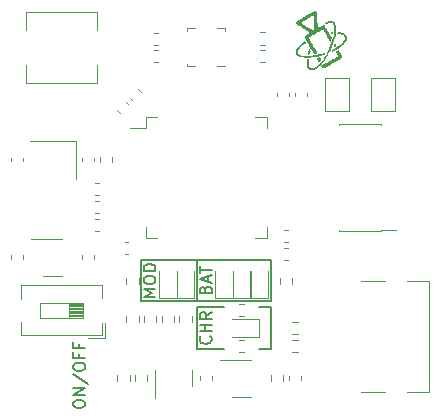
<source format=gbr>
%TF.GenerationSoftware,KiCad,Pcbnew,(6.0.4)*%
%TF.CreationDate,2023-08-29T14:34:22+02:00*%
%TF.ProjectId,big_black_box_pcb_cad,6269675f-626c-4616-936b-5f626f785f70,rev?*%
%TF.SameCoordinates,Original*%
%TF.FileFunction,Legend,Top*%
%TF.FilePolarity,Positive*%
%FSLAX46Y46*%
G04 Gerber Fmt 4.6, Leading zero omitted, Abs format (unit mm)*
G04 Created by KiCad (PCBNEW (6.0.4)) date 2023-08-29 14:34:22*
%MOMM*%
%LPD*%
G01*
G04 APERTURE LIST*
%ADD10C,0.150000*%
%ADD11C,0.200000*%
%ADD12C,0.120000*%
G04 APERTURE END LIST*
D10*
X155750000Y-105500000D02*
X162000000Y-105500000D01*
X151000000Y-102000000D02*
X155750000Y-102000000D01*
X161000000Y-106000000D02*
X162000000Y-106000000D01*
X155750000Y-109500000D02*
X158000000Y-109500000D01*
X155750000Y-106000000D02*
X158000000Y-106000000D01*
X162000000Y-102000000D02*
X155750000Y-102000000D01*
X151000000Y-105500000D02*
X151000000Y-102000000D01*
X162000000Y-109500000D02*
X161000000Y-109500000D01*
X155750000Y-106000000D02*
X155750000Y-109500000D01*
X162000000Y-106000000D02*
X162000000Y-109500000D01*
X155750000Y-105500000D02*
X151000000Y-105500000D01*
X162000000Y-105500000D02*
X162000000Y-102000000D01*
X155750000Y-102000000D02*
X155750000Y-105500000D01*
X152202380Y-105107142D02*
X151202380Y-105107142D01*
X151916666Y-104773809D01*
X151202380Y-104440476D01*
X152202380Y-104440476D01*
X151202380Y-103773809D02*
X151202380Y-103583333D01*
X151250000Y-103488095D01*
X151345238Y-103392857D01*
X151535714Y-103345238D01*
X151869047Y-103345238D01*
X152059523Y-103392857D01*
X152154761Y-103488095D01*
X152202380Y-103583333D01*
X152202380Y-103773809D01*
X152154761Y-103869047D01*
X152059523Y-103964285D01*
X151869047Y-104011904D01*
X151535714Y-104011904D01*
X151345238Y-103964285D01*
X151250000Y-103869047D01*
X151202380Y-103773809D01*
X152202380Y-102916666D02*
X151202380Y-102916666D01*
X151202380Y-102678571D01*
X151250000Y-102535714D01*
X151345238Y-102440476D01*
X151440476Y-102392857D01*
X151630952Y-102345238D01*
X151773809Y-102345238D01*
X151964285Y-102392857D01*
X152059523Y-102440476D01*
X152154761Y-102535714D01*
X152202380Y-102678571D01*
X152202380Y-102916666D01*
X156428571Y-104488095D02*
X156476190Y-104345238D01*
X156523809Y-104297619D01*
X156619047Y-104250000D01*
X156761904Y-104250000D01*
X156857142Y-104297619D01*
X156904761Y-104345238D01*
X156952380Y-104440476D01*
X156952380Y-104821428D01*
X155952380Y-104821428D01*
X155952380Y-104488095D01*
X156000000Y-104392857D01*
X156047619Y-104345238D01*
X156142857Y-104297619D01*
X156238095Y-104297619D01*
X156333333Y-104345238D01*
X156380952Y-104392857D01*
X156428571Y-104488095D01*
X156428571Y-104821428D01*
X156666666Y-103869047D02*
X156666666Y-103392857D01*
X156952380Y-103964285D02*
X155952380Y-103630952D01*
X156952380Y-103297619D01*
X155952380Y-103107142D02*
X155952380Y-102535714D01*
X156952380Y-102821428D02*
X155952380Y-102821428D01*
X156857142Y-108464285D02*
X156904761Y-108511904D01*
X156952380Y-108654761D01*
X156952380Y-108750000D01*
X156904761Y-108892857D01*
X156809523Y-108988095D01*
X156714285Y-109035714D01*
X156523809Y-109083333D01*
X156380952Y-109083333D01*
X156190476Y-109035714D01*
X156095238Y-108988095D01*
X156000000Y-108892857D01*
X155952380Y-108750000D01*
X155952380Y-108654761D01*
X156000000Y-108511904D01*
X156047619Y-108464285D01*
X156952380Y-108035714D02*
X155952380Y-108035714D01*
X156428571Y-108035714D02*
X156428571Y-107464285D01*
X156952380Y-107464285D02*
X155952380Y-107464285D01*
X156952380Y-106416666D02*
X156476190Y-106750000D01*
X156952380Y-106988095D02*
X155952380Y-106988095D01*
X155952380Y-106607142D01*
X156000000Y-106511904D01*
X156047619Y-106464285D01*
X156142857Y-106416666D01*
X156285714Y-106416666D01*
X156380952Y-106464285D01*
X156428571Y-106511904D01*
X156476190Y-106607142D01*
X156476190Y-106988095D01*
D11*
X145252380Y-114273809D02*
X145252380Y-114083333D01*
X145300000Y-113988095D01*
X145395238Y-113892857D01*
X145585714Y-113845238D01*
X145919047Y-113845238D01*
X146109523Y-113892857D01*
X146204761Y-113988095D01*
X146252380Y-114083333D01*
X146252380Y-114273809D01*
X146204761Y-114369047D01*
X146109523Y-114464285D01*
X145919047Y-114511904D01*
X145585714Y-114511904D01*
X145395238Y-114464285D01*
X145300000Y-114369047D01*
X145252380Y-114273809D01*
X146252380Y-113416666D02*
X145252380Y-113416666D01*
X146252380Y-112845238D01*
X145252380Y-112845238D01*
X145204761Y-111654761D02*
X146490476Y-112511904D01*
X145252380Y-111130952D02*
X145252380Y-110940476D01*
X145300000Y-110845238D01*
X145395238Y-110750000D01*
X145585714Y-110702380D01*
X145919047Y-110702380D01*
X146109523Y-110750000D01*
X146204761Y-110845238D01*
X146252380Y-110940476D01*
X146252380Y-111130952D01*
X146204761Y-111226190D01*
X146109523Y-111321428D01*
X145919047Y-111369047D01*
X145585714Y-111369047D01*
X145395238Y-111321428D01*
X145300000Y-111226190D01*
X145252380Y-111130952D01*
X145728571Y-109940476D02*
X145728571Y-110273809D01*
X146252380Y-110273809D02*
X145252380Y-110273809D01*
X145252380Y-109797619D01*
X145728571Y-109083333D02*
X145728571Y-109416666D01*
X146252380Y-109416666D02*
X145252380Y-109416666D01*
X145252380Y-108940476D01*
%TO.C,G\u002A\u002A\u002A*%
G36*
X167738948Y-82709808D02*
G01*
X167817875Y-82721064D01*
X167835555Y-82723894D01*
X167988710Y-82756347D01*
X168119979Y-82800364D01*
X168229063Y-82855717D01*
X168315662Y-82922182D01*
X168379478Y-82999530D01*
X168420211Y-83087537D01*
X168437122Y-83178846D01*
X168437918Y-83244307D01*
X168428408Y-83301533D01*
X168415941Y-83341306D01*
X168365426Y-83450303D01*
X168290534Y-83562530D01*
X168192312Y-83676966D01*
X168071805Y-83792589D01*
X167930056Y-83908377D01*
X167768112Y-84023309D01*
X167627259Y-84112422D01*
X167573063Y-84144016D01*
X167509015Y-84179640D01*
X167438774Y-84217447D01*
X167365995Y-84255588D01*
X167294336Y-84292214D01*
X167227454Y-84325479D01*
X167169006Y-84353535D01*
X167122650Y-84374532D01*
X167092042Y-84386623D01*
X167081049Y-84388440D01*
X167083613Y-84374910D01*
X167095843Y-84344066D01*
X167115451Y-84301423D01*
X167126453Y-84279093D01*
X167178228Y-84176117D01*
X167317348Y-84101851D01*
X167494738Y-84002684D01*
X167650766Y-83905537D01*
X167789397Y-83807637D01*
X167914593Y-83706214D01*
X168013917Y-83614666D01*
X168114339Y-83508190D01*
X168190057Y-83409013D01*
X168241081Y-83317107D01*
X168267417Y-83232449D01*
X168269075Y-83155012D01*
X168246064Y-83084773D01*
X168207975Y-83031641D01*
X168149280Y-82980114D01*
X168075591Y-82937824D01*
X167984375Y-82903831D01*
X167873100Y-82877199D01*
X167739233Y-82856988D01*
X167735472Y-82856545D01*
X167602097Y-82840927D01*
X167609684Y-82795070D01*
X167614908Y-82757601D01*
X167617386Y-82728288D01*
X167617413Y-82726662D01*
X167623804Y-82713102D01*
X167644479Y-82705794D01*
X167682005Y-82704707D01*
X167738948Y-82709808D01*
G37*
G36*
X167729887Y-84209281D02*
G01*
X167748529Y-84236240D01*
X167770972Y-84273085D01*
X167835659Y-84384997D01*
X167888577Y-84476917D01*
X167930906Y-84551139D01*
X167963825Y-84609956D01*
X167988514Y-84655662D01*
X168006154Y-84690550D01*
X168017925Y-84716912D01*
X168025005Y-84737043D01*
X168028576Y-84753235D01*
X168029817Y-84767781D01*
X168029934Y-84776391D01*
X168023588Y-84823131D01*
X168000780Y-84861118D01*
X167994495Y-84868151D01*
X167978410Y-84879993D01*
X167942243Y-84903275D01*
X167888293Y-84936655D01*
X167818860Y-84978790D01*
X167736243Y-85028341D01*
X167642741Y-85083965D01*
X167540656Y-85144321D01*
X167432284Y-85208067D01*
X167319928Y-85273863D01*
X167205884Y-85340366D01*
X167092455Y-85406235D01*
X166981937Y-85470129D01*
X166876633Y-85530706D01*
X166778839Y-85586625D01*
X166690858Y-85636545D01*
X166614986Y-85679124D01*
X166553526Y-85713020D01*
X166508774Y-85736892D01*
X166486219Y-85748020D01*
X166430937Y-85763916D01*
X166381237Y-85758030D01*
X166334845Y-85729254D01*
X166289489Y-85676477D01*
X166266521Y-85640796D01*
X166238664Y-85594174D01*
X166344448Y-85476456D01*
X166389385Y-85427200D01*
X166420630Y-85395280D01*
X166441113Y-85378330D01*
X166453763Y-85373988D01*
X166461509Y-85379889D01*
X166462329Y-85381322D01*
X166473617Y-85401648D01*
X166477346Y-85407655D01*
X166488464Y-85401934D01*
X166519432Y-85384791D01*
X166567756Y-85357652D01*
X166630941Y-85321942D01*
X166706494Y-85279087D01*
X166791921Y-85230513D01*
X166884728Y-85177645D01*
X166982421Y-85121908D01*
X167082506Y-85064728D01*
X167182489Y-85007532D01*
X167279876Y-84951743D01*
X167372173Y-84898788D01*
X167456887Y-84850092D01*
X167531523Y-84807081D01*
X167593587Y-84771180D01*
X167640586Y-84743815D01*
X167670025Y-84726412D01*
X167679146Y-84720706D01*
X167674209Y-84709269D01*
X167658270Y-84679282D01*
X167633366Y-84634429D01*
X167601536Y-84578390D01*
X167573267Y-84529380D01*
X167533426Y-84460535D01*
X167505200Y-84410555D01*
X167487247Y-84376028D01*
X167478225Y-84353540D01*
X167476792Y-84339676D01*
X167481606Y-84331023D01*
X167491324Y-84324168D01*
X167492345Y-84323551D01*
X167534404Y-84298796D01*
X167582147Y-84271600D01*
X167630043Y-84244993D01*
X167672564Y-84222006D01*
X167704180Y-84205668D01*
X167719361Y-84199011D01*
X167719639Y-84198986D01*
X167729887Y-84209281D01*
G37*
G36*
X167411007Y-83655131D02*
G01*
X167429202Y-83681449D01*
X167444053Y-83706063D01*
X167469382Y-83749843D01*
X167493879Y-83791644D01*
X167503486Y-83807809D01*
X167527780Y-83848341D01*
X167403507Y-83921099D01*
X167352903Y-83949939D01*
X167310437Y-83972671D01*
X167280973Y-83986783D01*
X167269721Y-83990104D01*
X167270765Y-83977661D01*
X167279747Y-83946625D01*
X167294697Y-83902193D01*
X167313646Y-83849567D01*
X167334624Y-83793945D01*
X167355662Y-83740526D01*
X167374789Y-83694510D01*
X167390035Y-83661097D01*
X167399432Y-83645485D01*
X167400475Y-83644955D01*
X167411007Y-83655131D01*
G37*
G36*
X167138609Y-81735832D02*
G01*
X167210709Y-81750793D01*
X167232963Y-81759387D01*
X167311129Y-81808878D01*
X167378628Y-81881007D01*
X167434597Y-81974575D01*
X167478170Y-82088382D01*
X167483574Y-82107087D01*
X167493306Y-82157734D01*
X167500909Y-82228384D01*
X167506279Y-82313344D01*
X167509309Y-82406922D01*
X167509894Y-82503428D01*
X167507927Y-82597168D01*
X167503304Y-82682452D01*
X167495918Y-82753587D01*
X167495621Y-82755657D01*
X167454376Y-82988657D01*
X167397903Y-83226966D01*
X167327422Y-83468335D01*
X167244153Y-83710518D01*
X167149316Y-83951267D01*
X167044130Y-84188334D01*
X166929817Y-84419473D01*
X166807596Y-84642435D01*
X166678687Y-84854973D01*
X166544310Y-85054839D01*
X166405685Y-85239787D01*
X166264032Y-85407568D01*
X166120571Y-85555936D01*
X165976523Y-85682642D01*
X165860651Y-85767585D01*
X165802869Y-85802964D01*
X165737265Y-85838631D01*
X165680235Y-85865870D01*
X165633276Y-85884845D01*
X165593649Y-85896685D01*
X165552165Y-85903059D01*
X165499633Y-85905635D01*
X165459005Y-85906052D01*
X165378380Y-85903432D01*
X165315894Y-85892958D01*
X165264379Y-85871655D01*
X165216667Y-85836548D01*
X165165589Y-85784663D01*
X165165071Y-85784088D01*
X165112119Y-85712492D01*
X165071049Y-85627568D01*
X165041235Y-85526909D01*
X165022054Y-85408105D01*
X165012880Y-85268750D01*
X165011848Y-85193587D01*
X165012152Y-85125164D01*
X165012937Y-85066499D01*
X165014100Y-85022119D01*
X165015539Y-84996551D01*
X165016392Y-84992164D01*
X165030582Y-84989246D01*
X165063012Y-84985665D01*
X165099711Y-84982707D01*
X165178570Y-84977240D01*
X165179080Y-85177687D01*
X165180061Y-85265136D01*
X165182888Y-85333303D01*
X165188149Y-85388650D01*
X165196431Y-85437637D01*
X165206552Y-85480121D01*
X165242055Y-85584410D01*
X165287247Y-85664975D01*
X165342276Y-85721857D01*
X165407289Y-85755097D01*
X165482434Y-85764738D01*
X165567859Y-85750820D01*
X165663713Y-85713386D01*
X165770143Y-85652478D01*
X165784868Y-85642767D01*
X165914960Y-85544214D01*
X166046817Y-85422342D01*
X166179136Y-85279424D01*
X166310614Y-85117731D01*
X166439949Y-84939535D01*
X166565837Y-84747109D01*
X166686976Y-84542724D01*
X166802064Y-84328653D01*
X166909797Y-84107167D01*
X167008874Y-83880538D01*
X167097991Y-83651038D01*
X167175845Y-83420940D01*
X167241134Y-83192515D01*
X167277717Y-83039168D01*
X167311792Y-82860324D01*
X167334472Y-82689713D01*
X167345762Y-82529802D01*
X167345668Y-82383059D01*
X167334194Y-82251952D01*
X167311347Y-82138950D01*
X167277131Y-82046520D01*
X167275620Y-82043474D01*
X167245759Y-81988710D01*
X167217775Y-81951155D01*
X167185184Y-81923637D01*
X167147863Y-81902194D01*
X167081096Y-81882398D01*
X167002848Y-81884615D01*
X166914450Y-81908492D01*
X166817233Y-81953681D01*
X166719229Y-82015115D01*
X166676294Y-82044218D01*
X166648567Y-82059757D01*
X166630740Y-82063770D01*
X166617506Y-82058296D01*
X166614087Y-82055505D01*
X166588288Y-82037171D01*
X166553558Y-82017111D01*
X166550070Y-82015319D01*
X166507092Y-81993537D01*
X166581704Y-81935599D01*
X166685819Y-81863422D01*
X166796287Y-81802152D01*
X166890740Y-81761829D01*
X166969999Y-81741412D01*
X167055497Y-81732726D01*
X167138609Y-81735832D01*
G37*
G36*
X167207498Y-82711783D02*
G01*
X167216462Y-82719176D01*
X167216449Y-82720703D01*
X167213474Y-82742540D01*
X167207999Y-82778132D01*
X167205949Y-82790857D01*
X167199086Y-82828839D01*
X167190337Y-82848474D01*
X167173260Y-82856783D01*
X167141842Y-82860744D01*
X167115391Y-82861309D01*
X167096328Y-82853041D01*
X167077440Y-82830878D01*
X167059644Y-82803062D01*
X167040523Y-82767307D01*
X167031473Y-82740501D01*
X167032768Y-82730617D01*
X167050599Y-82724331D01*
X167086334Y-82717850D01*
X167131075Y-82712693D01*
X167180205Y-82709732D01*
X167207498Y-82711783D01*
G37*
G36*
X165587572Y-82915759D02*
G01*
X165476784Y-82980394D01*
X165386054Y-83034100D01*
X165314134Y-83077650D01*
X165259777Y-83111818D01*
X165221736Y-83137378D01*
X165198763Y-83155101D01*
X165189609Y-83165762D01*
X165189463Y-83168037D01*
X165197000Y-83182466D01*
X165216276Y-83217171D01*
X165246128Y-83270114D01*
X165285394Y-83339257D01*
X165332913Y-83422564D01*
X165387522Y-83517996D01*
X165448061Y-83623517D01*
X165513367Y-83737088D01*
X165570361Y-83836009D01*
X165638350Y-83954179D01*
X165702162Y-84065604D01*
X165760682Y-84168305D01*
X165812796Y-84260301D01*
X165857389Y-84339612D01*
X165893348Y-84404257D01*
X165919559Y-84452257D01*
X165934907Y-84481631D01*
X165938576Y-84490479D01*
X165924964Y-84494971D01*
X165892567Y-84503136D01*
X165847391Y-84513667D01*
X165795439Y-84525256D01*
X165742717Y-84536595D01*
X165695227Y-84546376D01*
X165658975Y-84553292D01*
X165639966Y-84556034D01*
X165638514Y-84555836D01*
X165631983Y-84544527D01*
X165613812Y-84512991D01*
X165585216Y-84463338D01*
X165547411Y-84397678D01*
X165501612Y-84318124D01*
X165449034Y-84226785D01*
X165390893Y-84125773D01*
X165328403Y-84017199D01*
X165310650Y-83986353D01*
X165243812Y-83870224D01*
X165178239Y-83756308D01*
X165115577Y-83647463D01*
X165057470Y-83546544D01*
X165005563Y-83456407D01*
X164961501Y-83379910D01*
X164926929Y-83319909D01*
X164903492Y-83279260D01*
X164902713Y-83277911D01*
X164863460Y-83207765D01*
X164836610Y-83151047D01*
X164823525Y-83104382D01*
X164825567Y-83064401D01*
X164844100Y-83027731D01*
X164880484Y-82990999D01*
X164936084Y-82950834D01*
X165012260Y-82903865D01*
X165066719Y-82871995D01*
X165132291Y-82833613D01*
X165189901Y-82799270D01*
X165235921Y-82771178D01*
X165266725Y-82751552D01*
X165278634Y-82742698D01*
X165269166Y-82734257D01*
X165239719Y-82713626D01*
X165192288Y-82682086D01*
X165128868Y-82640918D01*
X165051452Y-82591401D01*
X164962038Y-82534815D01*
X164862618Y-82472443D01*
X164755188Y-82405562D01*
X164703830Y-82373760D01*
X164571905Y-82292129D01*
X164460248Y-82222713D01*
X164367168Y-82164232D01*
X164290978Y-82115401D01*
X164229987Y-82074940D01*
X164182508Y-82041566D01*
X164146850Y-82013995D01*
X164121325Y-81990947D01*
X164104243Y-81971139D01*
X164093916Y-81953288D01*
X164088655Y-81936111D01*
X164086770Y-81918328D01*
X164086642Y-81910450D01*
X164542062Y-81910450D01*
X164542068Y-81910677D01*
X164553418Y-81919672D01*
X164584571Y-81940782D01*
X164633371Y-81972631D01*
X164697659Y-82013844D01*
X164775278Y-82063047D01*
X164864069Y-82118864D01*
X164961875Y-82179921D01*
X165064583Y-82243633D01*
X165184774Y-82317909D01*
X165285044Y-82379668D01*
X165367365Y-82429992D01*
X165433712Y-82469963D01*
X165486055Y-82500663D01*
X165526369Y-82523176D01*
X165556625Y-82538582D01*
X165578797Y-82547966D01*
X165594857Y-82552409D01*
X165606778Y-82552993D01*
X165616532Y-82550802D01*
X165621163Y-82549024D01*
X165647322Y-82535940D01*
X165658994Y-82525664D01*
X165659030Y-82525352D01*
X165658362Y-82511192D01*
X165656339Y-82473947D01*
X165653111Y-82416259D01*
X165648829Y-82340774D01*
X165643644Y-82250135D01*
X165637705Y-82146987D01*
X165631163Y-82033972D01*
X165626295Y-81950229D01*
X165619230Y-81830386D01*
X165612395Y-81717317D01*
X165605976Y-81613873D01*
X165600156Y-81522903D01*
X165595121Y-81447259D01*
X165591054Y-81389790D01*
X165588140Y-81353347D01*
X165586950Y-81342274D01*
X165580619Y-81301341D01*
X165485923Y-81355161D01*
X165322107Y-81448486D01*
X165170773Y-81535148D01*
X165033025Y-81614494D01*
X164909969Y-81685875D01*
X164802710Y-81748639D01*
X164712354Y-81802137D01*
X164640005Y-81845718D01*
X164586770Y-81878730D01*
X164553754Y-81900525D01*
X164542062Y-81910450D01*
X164086642Y-81910450D01*
X164086555Y-81905125D01*
X164086210Y-81891493D01*
X164085965Y-81879272D01*
X164087003Y-81867700D01*
X164090505Y-81856015D01*
X164097656Y-81843454D01*
X164109637Y-81829256D01*
X164127632Y-81812657D01*
X164152823Y-81792895D01*
X164186393Y-81769209D01*
X164229525Y-81740835D01*
X164283402Y-81707011D01*
X164349207Y-81666976D01*
X164428122Y-81619966D01*
X164521329Y-81565220D01*
X164630013Y-81501974D01*
X164755356Y-81429467D01*
X164898540Y-81346937D01*
X165060748Y-81253621D01*
X165243164Y-81148756D01*
X165399920Y-81058636D01*
X165496793Y-81003405D01*
X165574488Y-80960713D01*
X165635880Y-80929760D01*
X165683842Y-80909742D01*
X165721251Y-80899861D01*
X165750981Y-80899314D01*
X165775906Y-80907301D01*
X165798901Y-80923019D01*
X165819047Y-80941832D01*
X165829444Y-80952044D01*
X165838310Y-80961502D01*
X165845889Y-80972278D01*
X165852421Y-80986447D01*
X165858150Y-81006084D01*
X165863317Y-81033261D01*
X165868163Y-81070054D01*
X165872933Y-81118536D01*
X165877866Y-81180781D01*
X165883205Y-81258864D01*
X165889193Y-81354858D01*
X165896071Y-81470838D01*
X165904081Y-81608878D01*
X165911152Y-81731152D01*
X165918394Y-81853619D01*
X165925452Y-81968169D01*
X165932149Y-82072241D01*
X165938307Y-82163275D01*
X165943747Y-82238710D01*
X165948291Y-82295985D01*
X165951761Y-82332542D01*
X165953915Y-82345763D01*
X165966934Y-82342450D01*
X165998598Y-82327903D01*
X166045338Y-82303956D01*
X166103582Y-82272441D01*
X166169760Y-82235192D01*
X166173577Y-82233003D01*
X166251462Y-82188806D01*
X166311067Y-82156416D01*
X166356075Y-82134153D01*
X166390170Y-82120335D01*
X166417036Y-82113283D01*
X166440261Y-82111314D01*
X166491203Y-82118674D01*
X166526714Y-82140310D01*
X166539931Y-82157578D01*
X166564337Y-82194704D01*
X166598385Y-82249137D01*
X166640527Y-82318329D01*
X166689217Y-82399728D01*
X166742907Y-82490786D01*
X166800051Y-82588953D01*
X166821888Y-82626789D01*
X166893130Y-82750491D01*
X166952580Y-82853787D01*
X167001261Y-82938634D01*
X167040194Y-83006989D01*
X167070402Y-83060808D01*
X167092907Y-83102047D01*
X167108732Y-83132665D01*
X167118898Y-83154618D01*
X167124428Y-83169861D01*
X167126343Y-83180353D01*
X167125667Y-83188050D01*
X167123421Y-83194908D01*
X167121463Y-83200254D01*
X167116388Y-83216852D01*
X167105581Y-83253159D01*
X167090531Y-83304144D01*
X167072727Y-83364775D01*
X167069016Y-83377448D01*
X167050662Y-83438048D01*
X167034186Y-83488568D01*
X167021165Y-83524447D01*
X167013177Y-83541118D01*
X167012223Y-83541756D01*
X167004240Y-83530940D01*
X166984695Y-83499927D01*
X166954865Y-83450867D01*
X166916029Y-83385909D01*
X166869464Y-83307204D01*
X166816447Y-83216903D01*
X166758257Y-83117155D01*
X166696170Y-83010110D01*
X166690840Y-83000892D01*
X166378159Y-82460027D01*
X166317441Y-82495082D01*
X166294096Y-82508544D01*
X166250909Y-82533432D01*
X166190373Y-82568309D01*
X166114981Y-82611739D01*
X166027227Y-82662287D01*
X165929602Y-82718516D01*
X165824601Y-82778990D01*
X165719666Y-82839422D01*
X165606778Y-82904660D01*
X165587572Y-82915759D01*
G37*
G36*
X164888916Y-83492341D02*
G01*
X164905391Y-83519025D01*
X164924668Y-83556290D01*
X164948892Y-83603042D01*
X164836673Y-83677525D01*
X164688901Y-83782920D01*
X164557437Y-83893183D01*
X164438216Y-84010539D01*
X164354540Y-84108889D01*
X164293426Y-84202776D01*
X164255037Y-84291230D01*
X164239537Y-84373281D01*
X164247090Y-84447958D01*
X164277859Y-84514292D01*
X164332006Y-84571313D01*
X164342420Y-84579195D01*
X164397940Y-84611820D01*
X164471244Y-84643890D01*
X164554451Y-84672494D01*
X164639681Y-84694721D01*
X164672567Y-84701172D01*
X164824271Y-84719524D01*
X164995398Y-84725461D01*
X165183001Y-84719368D01*
X165384134Y-84701633D01*
X165595849Y-84672642D01*
X165815200Y-84632782D01*
X166039241Y-84582441D01*
X166265026Y-84522004D01*
X166435212Y-84469805D01*
X166501575Y-84448523D01*
X166558665Y-84430654D01*
X166602298Y-84417473D01*
X166628291Y-84410254D01*
X166633733Y-84409347D01*
X166629062Y-84420990D01*
X166614073Y-84449609D01*
X166591550Y-84489984D01*
X166580237Y-84509667D01*
X166523798Y-84607044D01*
X166365121Y-84654102D01*
X166122700Y-84720425D01*
X165883953Y-84774851D01*
X165651103Y-84817212D01*
X165426374Y-84847341D01*
X165211991Y-84865071D01*
X165010177Y-84870235D01*
X164823156Y-84862666D01*
X164653153Y-84842198D01*
X164502391Y-84808662D01*
X164463905Y-84796900D01*
X164341369Y-84747186D01*
X164241055Y-84685952D01*
X164163406Y-84614317D01*
X164108860Y-84533401D01*
X164077856Y-84444327D01*
X164070836Y-84348213D01*
X164088237Y-84246180D01*
X164130500Y-84139349D01*
X164175452Y-84061795D01*
X164258911Y-83950837D01*
X164364839Y-83838966D01*
X164494127Y-83725360D01*
X164647664Y-83609197D01*
X164717813Y-83560652D01*
X164778285Y-83519788D01*
X164821305Y-83492617D01*
X164851199Y-83479046D01*
X164872294Y-83478985D01*
X164888916Y-83492341D01*
G37*
G36*
X166150116Y-84847381D02*
G01*
X166169219Y-84875294D01*
X166193234Y-84915267D01*
X166201016Y-84929087D01*
X166252154Y-85021289D01*
X166159896Y-85135277D01*
X166122351Y-85181590D01*
X166090571Y-85220649D01*
X166068179Y-85248013D01*
X166059109Y-85258897D01*
X166049992Y-85252030D01*
X166031088Y-85226417D01*
X166004991Y-85185917D01*
X165974297Y-85134389D01*
X165968111Y-85123585D01*
X165934651Y-85064862D01*
X165903714Y-85010723D01*
X165878647Y-84967016D01*
X165862797Y-84939586D01*
X165862316Y-84938764D01*
X165838988Y-84898887D01*
X165984055Y-84867886D01*
X166042404Y-84855600D01*
X166091444Y-84845616D01*
X166125723Y-84839022D01*
X166139500Y-84836885D01*
X166150116Y-84847381D01*
G37*
G36*
X165233931Y-84092262D02*
G01*
X165244107Y-84107901D01*
X165262564Y-84139757D01*
X165285515Y-84181271D01*
X165288126Y-84186099D01*
X165333328Y-84269863D01*
X165287819Y-84440614D01*
X165242309Y-84611365D01*
X165159708Y-84611365D01*
X165115041Y-84610551D01*
X165090998Y-84607096D01*
X165082449Y-84599485D01*
X165083481Y-84588813D01*
X165089394Y-84566444D01*
X165099627Y-84526376D01*
X165112317Y-84475932D01*
X165117107Y-84456723D01*
X165137248Y-84378992D01*
X165158255Y-84303519D01*
X165178915Y-84234081D01*
X165198019Y-84174453D01*
X165214355Y-84128415D01*
X165226713Y-84099741D01*
X165233883Y-84092210D01*
X165233931Y-84092262D01*
G37*
D12*
%TO.C,U101*%
X151390000Y-89890000D02*
X151390000Y-90840000D01*
X152340000Y-89890000D02*
X151390000Y-89890000D01*
X152340000Y-100110000D02*
X151390000Y-100110000D01*
X151390000Y-100110000D02*
X151390000Y-99160000D01*
X161610000Y-89890000D02*
X161610000Y-90840000D01*
X151390000Y-90840000D02*
X150050000Y-90840000D01*
X160660000Y-89890000D02*
X161610000Y-89890000D01*
X161610000Y-100110000D02*
X161610000Y-99160000D01*
X160660000Y-100110000D02*
X161610000Y-100110000D01*
%TO.C,C111*%
X163989999Y-87859420D02*
X163989999Y-88140580D01*
X165009999Y-87859420D02*
X165009999Y-88140580D01*
%TO.C,JP102*%
X166550000Y-89400000D02*
X166550000Y-86600000D01*
X166550000Y-86600000D02*
X168550000Y-86600000D01*
X168550000Y-86600000D02*
X168550000Y-89400000D01*
X168550000Y-89400000D02*
X166550000Y-89400000D01*
%TO.C,R116*%
X150022500Y-111742742D02*
X150022500Y-112217258D01*
X148977500Y-111742742D02*
X148977500Y-112217258D01*
%TO.C,Q101*%
X152190000Y-112000000D02*
X152190000Y-111350000D01*
X152190000Y-112000000D02*
X152190000Y-113675000D01*
X155310000Y-112000000D02*
X155310000Y-111350000D01*
X155310000Y-112000000D02*
X155310000Y-112650000D01*
%TO.C,C116*%
X163490000Y-111859420D02*
X163490000Y-112140580D01*
X164510000Y-111859420D02*
X164510000Y-112140580D01*
%TO.C,C112*%
X147390580Y-96980000D02*
X147109420Y-96980000D01*
X147390580Y-98000000D02*
X147109420Y-98000000D01*
%TO.C,C113*%
X150960030Y-87738781D02*
X150761219Y-87539970D01*
X150238781Y-88460030D02*
X150039970Y-88261219D01*
%TO.C,R104*%
X161487258Y-84227500D02*
X161012742Y-84227500D01*
X161487258Y-85272500D02*
X161012742Y-85272500D01*
%TO.C,R114*%
X149727500Y-107237258D02*
X149727500Y-106762742D01*
X150772500Y-107237258D02*
X150772500Y-106762742D01*
%TO.C,C104*%
X147390580Y-95490000D02*
X147109420Y-95490000D01*
X147390580Y-96510000D02*
X147109420Y-96510000D01*
%TO.C,C114*%
X139990000Y-101609420D02*
X139990000Y-101890580D01*
X141010000Y-101609420D02*
X141010000Y-101890580D01*
%TO.C,R115*%
X150772500Y-103987258D02*
X150772500Y-103512742D01*
X149727500Y-103987258D02*
X149727500Y-103512742D01*
%TO.C,R107*%
X161977500Y-111762742D02*
X161977500Y-112237258D01*
X163022500Y-111762742D02*
X163022500Y-112237258D01*
%TO.C,D102*%
X153985000Y-105235000D02*
X153985000Y-102950000D01*
X152515000Y-105235000D02*
X153985000Y-105235000D01*
X152515000Y-102950000D02*
X152515000Y-105235000D01*
%TO.C,U102*%
X154890000Y-85610000D02*
X154890000Y-85435000D01*
X155565000Y-82390000D02*
X154890000Y-82390000D01*
X154890000Y-82390000D02*
X154890000Y-82565000D01*
X158110000Y-82390000D02*
X158110000Y-82565000D01*
X155565000Y-85610000D02*
X154890000Y-85610000D01*
X157435000Y-82390000D02*
X158110000Y-82390000D01*
X157435000Y-85610000D02*
X158110000Y-85610000D01*
%TO.C,R105*%
X147477500Y-93737258D02*
X147477500Y-93262742D01*
X148522500Y-93737258D02*
X148522500Y-93262742D01*
%TO.C,C103*%
X163390580Y-100990000D02*
X163109420Y-100990000D01*
X163390580Y-102010000D02*
X163109420Y-102010000D01*
%TO.C,SW102*%
X142430000Y-106885000D02*
X146050000Y-106885000D01*
X146050000Y-106645000D02*
X144843333Y-106645000D01*
X147650000Y-108360000D02*
X147650000Y-107290000D01*
X146050000Y-106045000D02*
X144843333Y-106045000D01*
X140829000Y-105260000D02*
X140829000Y-104140000D01*
X147890000Y-108600000D02*
X147890000Y-107290000D01*
X146050000Y-106165000D02*
X144843333Y-106165000D01*
X146050000Y-105805000D02*
X144843333Y-105805000D01*
X140829000Y-108360000D02*
X140829000Y-107240000D01*
X147650000Y-108360000D02*
X140829000Y-108360000D01*
X146050000Y-106525000D02*
X144843333Y-106525000D01*
X146050000Y-105685000D02*
X144843333Y-105685000D01*
X146050000Y-106765000D02*
X144843333Y-106765000D01*
X146050000Y-105925000D02*
X144843333Y-105925000D01*
X147650000Y-105210000D02*
X147650000Y-104140000D01*
X146050000Y-105615000D02*
X142430000Y-105615000D01*
X146050000Y-106405000D02*
X144843333Y-106405000D01*
X146050000Y-106285000D02*
X144843333Y-106285000D01*
X146050000Y-106885000D02*
X146050000Y-105615000D01*
X142430000Y-105615000D02*
X142430000Y-106885000D01*
X147650000Y-104140000D02*
X140829000Y-104140000D01*
X144843333Y-106885000D02*
X144843333Y-105615000D01*
X147890000Y-108600000D02*
X146507000Y-108600000D01*
%TO.C,U103*%
X143500000Y-103310000D02*
X144300000Y-103310000D01*
X143500000Y-100190000D02*
X141700000Y-100190000D01*
X143500000Y-103310000D02*
X142700000Y-103310000D01*
X143500000Y-100190000D02*
X144300000Y-100190000D01*
%TO.C,D104*%
X157265000Y-105235000D02*
X158735000Y-105235000D01*
X157265000Y-102950000D02*
X157265000Y-105235000D01*
X158735000Y-105235000D02*
X158735000Y-102950000D01*
%TO.C,D106*%
X160265000Y-102950000D02*
X160265000Y-105235000D01*
X161735000Y-105235000D02*
X161735000Y-102950000D01*
X160265000Y-105235000D02*
X161735000Y-105235000D01*
%TO.C,R102*%
X164237258Y-107227500D02*
X163762742Y-107227500D01*
X164237258Y-108272500D02*
X163762742Y-108272500D01*
%TO.C,C115*%
X147010000Y-101609420D02*
X147010000Y-101890580D01*
X145990000Y-101609420D02*
X145990000Y-101890580D01*
%TO.C,R103*%
X161487258Y-83772500D02*
X161012742Y-83772500D01*
X161487258Y-82727500D02*
X161012742Y-82727500D01*
%TO.C,C110*%
X149890580Y-101510000D02*
X149609420Y-101510000D01*
X149890580Y-100490000D02*
X149609420Y-100490000D01*
%TO.C,FB101*%
X147087221Y-98490000D02*
X147412779Y-98490000D01*
X147087221Y-99510000D02*
X147412779Y-99510000D01*
%TO.C,D105*%
X160235000Y-105235000D02*
X160235000Y-102950000D01*
X158765000Y-105235000D02*
X160235000Y-105235000D01*
X158765000Y-102950000D02*
X158765000Y-105235000D01*
%TO.C,D101*%
X160985000Y-108485000D02*
X160985000Y-107015000D01*
X160985000Y-107015000D02*
X158700000Y-107015000D01*
X158700000Y-108485000D02*
X160985000Y-108485000D01*
%TO.C,U104*%
X159500000Y-113560000D02*
X158700000Y-113560000D01*
X159500000Y-113560000D02*
X160300000Y-113560000D01*
X159500000Y-110440000D02*
X160300000Y-110440000D01*
X159500000Y-110440000D02*
X157700000Y-110440000D01*
%TO.C,R109*%
X152272500Y-106762742D02*
X152272500Y-107237258D01*
X151227500Y-106762742D02*
X151227500Y-107237258D01*
%TO.C,R106*%
X151522500Y-112217258D02*
X151522500Y-111742742D01*
X150477500Y-112217258D02*
X150477500Y-111742742D01*
%TO.C,J101*%
X169600000Y-103800000D02*
X171600000Y-103800000D01*
X169600000Y-113200000D02*
X171600000Y-113200000D01*
X175400000Y-113200000D02*
X175400000Y-103800000D01*
X173500000Y-113200000D02*
X175400000Y-113200000D01*
X173500000Y-103800000D02*
X175400000Y-103800000D01*
%TO.C,SW101*%
X141250000Y-85500000D02*
X141250000Y-87000000D01*
X147250000Y-81000000D02*
X147250000Y-82500000D01*
X141250000Y-82500000D02*
X141250000Y-81000000D01*
X141250000Y-87000000D02*
X147250000Y-87000000D01*
X147250000Y-87000000D02*
X147250000Y-85500000D01*
X141250000Y-81000000D02*
X147250000Y-81000000D01*
%TO.C,J102*%
X171265000Y-99505000D02*
X171265000Y-99440000D01*
X171265000Y-90495000D02*
X167735000Y-90495000D01*
X171265000Y-99505000D02*
X167735000Y-99505000D01*
X167735000Y-90560000D02*
X167735000Y-90495000D01*
X171265000Y-90560000D02*
X171265000Y-90495000D01*
X167735000Y-99505000D02*
X167735000Y-99440000D01*
X172590000Y-99440000D02*
X171265000Y-99440000D01*
%TO.C,C117*%
X157010000Y-112140580D02*
X157010000Y-111859420D01*
X155990000Y-112140580D02*
X155990000Y-111859420D01*
%TO.C,R108*%
X159262742Y-108727500D02*
X159737258Y-108727500D01*
X159262742Y-109772500D02*
X159737258Y-109772500D01*
%TO.C,R111*%
X154227500Y-106762742D02*
X154227500Y-107237258D01*
X155272500Y-106762742D02*
X155272500Y-107237258D01*
%TO.C,Y101*%
X145450000Y-95100000D02*
X145450000Y-91900000D01*
X145450000Y-91900000D02*
X141550000Y-91900000D01*
%TO.C,C109*%
X149178121Y-89520690D02*
X148979310Y-89321879D01*
X149899370Y-88799441D02*
X149700559Y-88600630D01*
%TO.C,C101*%
X152390580Y-84240000D02*
X152109420Y-84240000D01*
X152390580Y-85260000D02*
X152109420Y-85260000D01*
%TO.C,R110*%
X152727500Y-106762742D02*
X152727500Y-107237258D01*
X153772500Y-106762742D02*
X153772500Y-107237258D01*
%TO.C,R101*%
X164237258Y-109772500D02*
X163762742Y-109772500D01*
X164237258Y-108727500D02*
X163762742Y-108727500D01*
%TO.C,C106*%
X147010000Y-93359420D02*
X147010000Y-93640580D01*
X145990000Y-93359420D02*
X145990000Y-93640580D01*
%TO.C,C105*%
X139990000Y-93640580D02*
X139990000Y-93359420D01*
X141010000Y-93640580D02*
X141010000Y-93359420D01*
%TO.C,C102*%
X152390580Y-82740000D02*
X152109420Y-82740000D01*
X152390580Y-83760000D02*
X152109420Y-83760000D01*
%TO.C,D103*%
X155485000Y-105235000D02*
X155485000Y-102950000D01*
X154015000Y-105235000D02*
X155485000Y-105235000D01*
X154015000Y-102950000D02*
X154015000Y-105235000D01*
%TO.C,C108*%
X163510000Y-87859420D02*
X163510000Y-88140580D01*
X162490000Y-87859420D02*
X162490000Y-88140580D01*
%TO.C,C107*%
X163109420Y-100510000D02*
X163390580Y-100510000D01*
X163109420Y-99490000D02*
X163390580Y-99490000D01*
%TO.C,JP101*%
X170450000Y-89400000D02*
X170450000Y-86600000D01*
X172450000Y-89400000D02*
X170450000Y-89400000D01*
X170450000Y-86600000D02*
X172450000Y-86600000D01*
X172450000Y-86600000D02*
X172450000Y-89400000D01*
%TO.C,R113*%
X162727500Y-103987258D02*
X162727500Y-103512742D01*
X163772500Y-103987258D02*
X163772500Y-103512742D01*
%TO.C,R112*%
X159737258Y-106772500D02*
X159262742Y-106772500D01*
X159737258Y-105727500D02*
X159262742Y-105727500D01*
%TD*%
M02*

</source>
